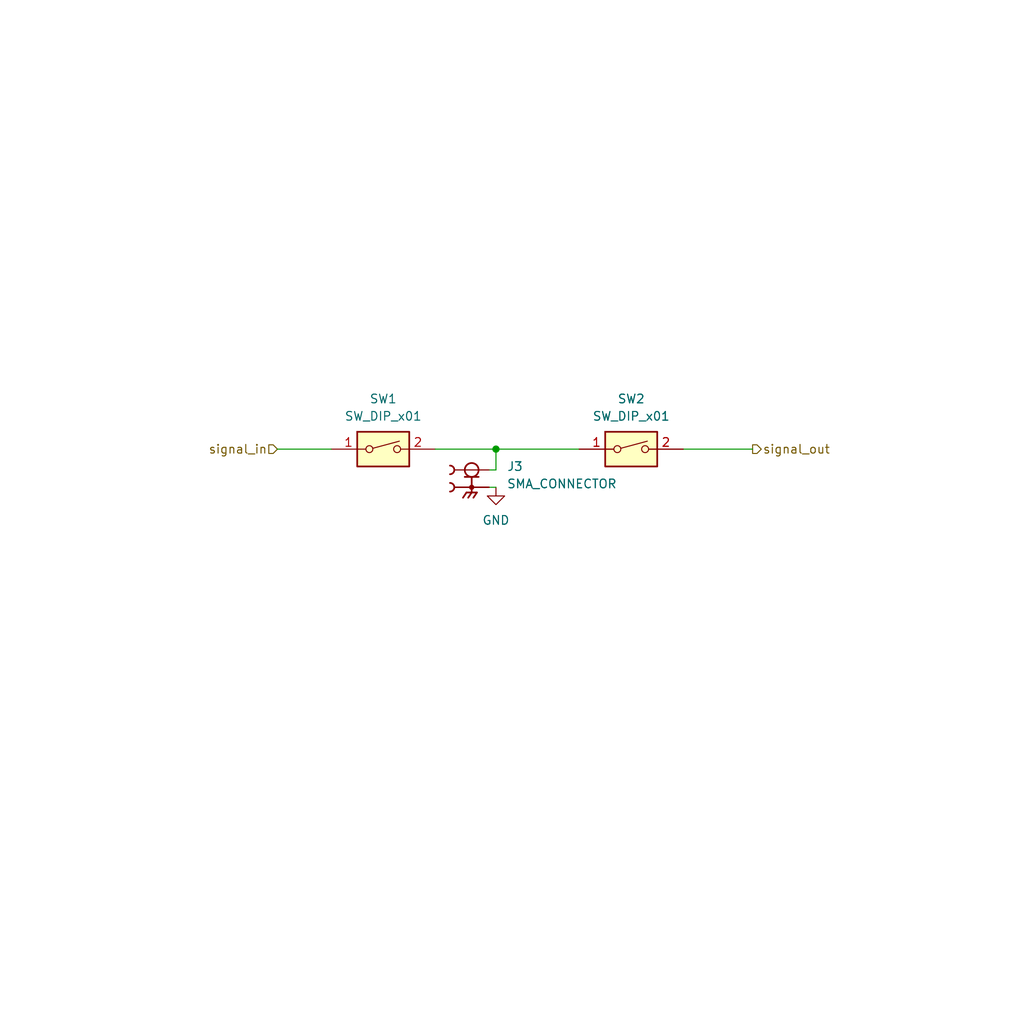
<source format=kicad_sch>
(kicad_sch (version 20211123) (generator eeschema)
  (paper "User" 150.012 150.012)
  (lib_symbols
    (symbol "SMA_T:SMA_CONNECTOR" (pin_numbers hide) (pin_names (offset 1.016) hide)
      (property "Reference" "J" (at -3.81 1.524 0))
      (property "Value" "SMA_CONNECTOR" (at -4.064 -6.858 0))
      (symbol "SMA_CONNECTOR_0_0"
        (arc (start -3.175 -3.175) (mid -2.54 -2.54) (end -3.175 -1.905) (stroke (width 0.254)))
        (arc (start -3.175 -0.635) (mid -2.54 0) (end -3.175 0.635) (stroke (width 0.254)))
        (circle (center 0 -2.54) (radius 0.254) (stroke (width 0.254)))
        (polyline (pts (xy -1.016 -1.016) (xy 0 -1.016)) (stroke (width 0.254)))
        (polyline (pts (xy -0.762 -3.302) (xy -1.27 -4.064)) (stroke (width 0.254)))
        (polyline (pts (xy 0 -3.302) (xy -0.762 -3.302)) (stroke (width 0.254)))
        (polyline (pts (xy 0 -3.302) (xy -0.508 -4.064)) (stroke (width 0.254)))
        (polyline (pts (xy 0 -3.302) (xy 0.762 -3.302)) (stroke (width 0.254)))
        (polyline (pts (xy 0 -1.016) (xy 0 -3.302)) (stroke (width 0.254)))
        (polyline (pts (xy 0 -1.016) (xy 1.016 -1.016)) (stroke (width 0.254)))
        (polyline (pts (xy 0.762 -3.302) (xy 0.254 -4.064)) (stroke (width 0.254)))
        (circle (center 0 0) (radius 1.016) (stroke (width 0.254)))
        (pin passive line (at 2.54 0 180) (length 5.08) (name "~") (number "1"))
        (pin passive line (at 2.54 -2.54 180) (length 5.08) (name "~") (number "G1"))
        (pin passive line (at 2.54 -2.54 180) (length 5.08) (name "~") (number "G2"))
        (pin passive line (at 2.54 -2.54 180) (length 5.08) (name "~") (number "G3"))
        (pin passive line (at 2.54 -2.54 180) (length 5.08) (name "~") (number "G4"))
      )
    )
    (symbol "Switch:SW_DIP_x01" (pin_names (offset 0) hide)
      (property "Reference" "SW" (at 0 3.81 0))
      (property "Value" "SW_DIP_x01" (at 0 -3.81 0))
      (symbol "SW_DIP_x01_0_0"
        (circle (center -2.032 0) (radius 0.508))
        (polyline (pts (xy -1.524 0.127) (xy 2.3622 1.1684)))
        (circle (center 2.032 0) (radius 0.508))
      )
      (symbol "SW_DIP_x01_0_1"
        (rectangle (start -3.81 2.54) (end 3.81 -2.54) (stroke (width 0.254)) (fill (type background)))
      )
      (symbol "SW_DIP_x01_1_1"
        (pin passive line (at -7.62 0 0) (length 5.08) (name "~") (number "1"))
        (pin passive line (at 7.62 0 180) (length 5.08) (name "~") (number "2"))
      )
    )
    (symbol "power:GND" (power) (pin_names (offset 0))
      (property "Value" "GND" (at 0 -3.81 0))
      (symbol "GND_0_1"
        (polyline (pts (xy 0 0) (xy 0 -1.27) (xy 1.27 -1.27) (xy 0 -2.54) (xy -1.27 -1.27) (xy 0 -1.27)))
      )
      (symbol "GND_1_1"
        (pin power_in line (at 0 0 270) (length 0) hide (name "GND") (number "1"))
      )
    )
  )
  (junction (at 72.644 65.786))
  (wire (pts (xy 71.628 71.374) (xy 72.644 71.374)))
  (wire (pts (xy 72.644 68.834) (xy 71.628 68.834)))
  (wire (pts (xy 40.64 65.786) (xy 48.514 65.786)))
  (wire (pts (xy 63.754 65.786) (xy 72.644 65.786)))
  (wire (pts (xy 100.076 65.786) (xy 110.236 65.786)))
  (wire (pts (xy 72.644 65.786) (xy 84.836 65.786)))
  (wire (pts (xy 72.644 65.786) (xy 72.644 68.834)))
  (hierarchical_label "signal_out" (shape output) (at 110.236 65.786 0))
  (hierarchical_label "signal_in" (shape input) (at 40.64 65.786 180))
  (symbol (lib_id "Switch:SW_DIP_x01") (at 56.134 65.786 0) (unit 1)
    (property "Reference" "SW1" (at 56.134 58.42 0))
    (property "Value" "SW_DIP_x01" (at 56.134 60.96 0))
    (property "Footprint" "Resistor_SMD:R_1206_3216Metric" (effects hide))
  )
  (symbol (lib_id "power:GND") (at 72.644 71.374 0) (unit 1)
    (property "Reference" "#PWR02" (effects hide))
    (property "Value" "GND" (at 72.644 76.2 0))
  )
  (symbol (lib_id "SMA_T:SMA_CONNECTOR") (at 69.088 68.834 0) (unit 1)
    (property "Reference" "J3" (at 75.438 68.326 0))
    (property "Value" "SMA_CONNECTOR" (at 82.296 70.866 0))
    (property "Footprint" "SMA_T:LPRS_SMA_CONNECTOR" (effects hide))
    (property "MANUFACTURER" "LPRS" (effects hide))
    (property "MAXIMUM_PACKAGE_HEIGHT" "8.3 mm" (effects hide))
    (property "STANDARD" "Manufacturer Recommendations" (effects hide))
    (property "PARTREV" "1.3" (effects hide))
  )
  (symbol (lib_id "Switch:SW_DIP_x01") (at 92.456 65.786 0) (unit 1)
    (property "Reference" "SW2" (at 92.456 58.42 0))
    (property "Value" "SW_DIP_x01" (at 92.456 60.96 0))
    (property "Footprint" "Resistor_SMD:R_1206_3216Metric" (effects hide))
  )
)
</source>
